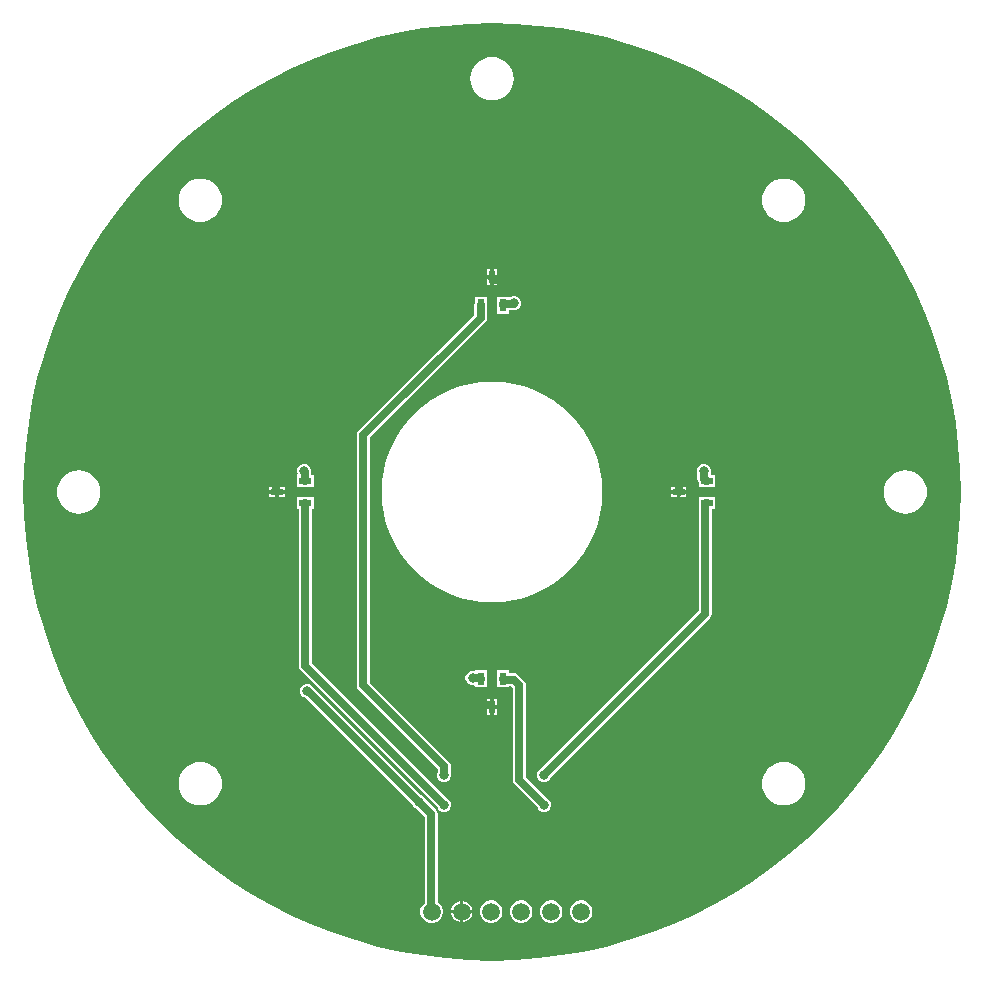
<source format=gbr>
%TF.GenerationSoftware,Altium Limited,Altium Designer,21.6.4 (81)*%
G04 Layer_Physical_Order=2*
G04 Layer_Color=16711680*
%FSLAX43Y43*%
%MOMM*%
%TF.SameCoordinates,7E1728C7-8053-4159-852C-9F5DCDCDAABE*%
%TF.FilePolarity,Positive*%
%TF.FileFunction,Copper,L2,Bot,Signal*%
%TF.Part,Single*%
G01*
G75*
%TA.AperFunction,Conductor*%
%ADD15C,0.700*%
%TA.AperFunction,ComponentPad*%
%ADD16C,1.500*%
%TA.AperFunction,ViaPad*%
%ADD17C,0.700*%
%ADD18C,0.800*%
%TA.AperFunction,SMDPad,CuDef*%
%ADD19R,0.600X1.000*%
%ADD20R,1.000X0.600*%
G36*
X1947Y39624D02*
X3889Y39481D01*
X5821Y39243D01*
X7740Y38910D01*
X9640Y38483D01*
X11516Y37964D01*
X13365Y37353D01*
X15182Y36652D01*
X16962Y35863D01*
X18701Y34988D01*
X20396Y34028D01*
X22041Y32986D01*
X23633Y31865D01*
X25168Y30667D01*
X26642Y29395D01*
X28053Y28053D01*
X29395Y26642D01*
X30667Y25168D01*
X31865Y23633D01*
X32986Y22041D01*
X34028Y20396D01*
X34988Y18701D01*
X35863Y16962D01*
X36652Y15182D01*
X37353Y13365D01*
X37964Y11516D01*
X38483Y9640D01*
X38910Y7740D01*
X39243Y5821D01*
X39481Y3889D01*
X39624Y1947D01*
X39672Y0D01*
X39624Y-1947D01*
X39481Y-3889D01*
X39243Y-5821D01*
X38910Y-7740D01*
X38483Y-9640D01*
X37964Y-11516D01*
X37353Y-13365D01*
X36652Y-15182D01*
X35863Y-16962D01*
X34988Y-18701D01*
X34028Y-20396D01*
X32986Y-22041D01*
X31865Y-23633D01*
X30667Y-25168D01*
X29395Y-26642D01*
X28053Y-28053D01*
X26642Y-29395D01*
X25168Y-30667D01*
X23633Y-31865D01*
X22041Y-32986D01*
X20396Y-34028D01*
X18701Y-34988D01*
X16962Y-35863D01*
X15182Y-36652D01*
X13365Y-37353D01*
X11516Y-37964D01*
X9640Y-38483D01*
X7740Y-38910D01*
X5821Y-39243D01*
X3889Y-39481D01*
X1947Y-39624D01*
X0Y-39672D01*
X-1947Y-39624D01*
X-3889Y-39481D01*
X-5821Y-39243D01*
X-7740Y-38910D01*
X-9640Y-38483D01*
X-11516Y-37964D01*
X-13365Y-37353D01*
X-15182Y-36652D01*
X-16962Y-35863D01*
X-18701Y-34988D01*
X-20396Y-34028D01*
X-22041Y-32986D01*
X-23633Y-31865D01*
X-25168Y-30667D01*
X-26642Y-29395D01*
X-28053Y-28053D01*
X-29395Y-26642D01*
X-30667Y-25168D01*
X-31865Y-23633D01*
X-32986Y-22041D01*
X-34028Y-20396D01*
X-34988Y-18701D01*
X-35863Y-16962D01*
X-36652Y-15182D01*
X-37353Y-13365D01*
X-37964Y-11516D01*
X-38483Y-9640D01*
X-38910Y-7740D01*
X-39243Y-5821D01*
X-39481Y-3889D01*
X-39624Y-1947D01*
X-39672Y0D01*
X-39624Y1947D01*
X-39481Y3889D01*
X-39243Y5821D01*
X-38910Y7740D01*
X-38483Y9640D01*
X-37964Y11516D01*
X-37353Y13365D01*
X-36652Y15182D01*
X-35863Y16962D01*
X-34988Y18701D01*
X-34028Y20396D01*
X-32986Y22041D01*
X-31865Y23633D01*
X-30667Y25168D01*
X-29395Y26642D01*
X-28053Y28053D01*
X-26642Y29395D01*
X-25168Y30667D01*
X-23633Y31865D01*
X-22041Y32986D01*
X-20396Y34028D01*
X-18701Y34988D01*
X-16962Y35863D01*
X-15182Y36652D01*
X-13365Y37353D01*
X-11516Y37964D01*
X-9640Y38483D01*
X-7740Y38910D01*
X-5821Y39243D01*
X-3889Y39481D01*
X-1947Y39624D01*
X0Y39672D01*
X1947Y39624D01*
D02*
G37*
%LPC*%
G36*
X0Y36836D02*
X-358Y36801D01*
X-703Y36696D01*
X-1020Y36526D01*
X-1298Y36298D01*
X-1526Y36020D01*
X-1696Y35703D01*
X-1801Y35358D01*
X-1836Y35000D01*
X-1801Y34642D01*
X-1696Y34297D01*
X-1526Y33980D01*
X-1298Y33702D01*
X-1020Y33474D01*
X-703Y33304D01*
X-358Y33199D01*
X0Y33164D01*
X358Y33199D01*
X703Y33304D01*
X1020Y33474D01*
X1298Y33702D01*
X1526Y33980D01*
X1696Y34297D01*
X1801Y34642D01*
X1836Y35000D01*
X1801Y35358D01*
X1696Y35703D01*
X1526Y36020D01*
X1298Y36298D01*
X1020Y36526D01*
X703Y36696D01*
X358Y36801D01*
X0Y36836D01*
D02*
G37*
G36*
X24700Y26536D02*
X24342Y26501D01*
X23997Y26396D01*
X23680Y26226D01*
X23402Y25998D01*
X23174Y25720D01*
X23004Y25403D01*
X22899Y25058D01*
X22864Y24700D01*
X22899Y24342D01*
X23004Y23997D01*
X23174Y23680D01*
X23402Y23402D01*
X23680Y23174D01*
X23997Y23004D01*
X24342Y22899D01*
X24700Y22864D01*
X25058Y22899D01*
X25403Y23004D01*
X25720Y23174D01*
X25998Y23402D01*
X26226Y23680D01*
X26396Y23997D01*
X26501Y24342D01*
X26536Y24700D01*
X26501Y25058D01*
X26396Y25403D01*
X26226Y25720D01*
X25998Y25998D01*
X25720Y26226D01*
X25403Y26396D01*
X25058Y26501D01*
X24700Y26536D01*
D02*
G37*
G36*
X-24700D02*
X-25058Y26501D01*
X-25403Y26396D01*
X-25720Y26226D01*
X-25998Y25998D01*
X-26226Y25720D01*
X-26396Y25403D01*
X-26501Y25058D01*
X-26536Y24700D01*
X-26501Y24342D01*
X-26396Y23997D01*
X-26226Y23680D01*
X-25998Y23402D01*
X-25720Y23174D01*
X-25403Y23004D01*
X-25058Y22899D01*
X-24700Y22864D01*
X-24342Y22899D01*
X-23997Y23004D01*
X-23680Y23174D01*
X-23402Y23402D01*
X-23174Y23680D01*
X-23004Y23997D01*
X-22899Y24342D01*
X-22864Y24700D01*
X-22899Y25058D01*
X-23004Y25403D01*
X-23174Y25720D01*
X-23402Y25998D01*
X-23680Y26226D01*
X-23997Y26396D01*
X-24342Y26501D01*
X-24700Y26536D01*
D02*
G37*
G36*
X450Y18850D02*
X150D01*
Y18350D01*
X450D01*
Y18850D01*
D02*
G37*
G36*
X-150D02*
X-450D01*
Y18350D01*
X-150D01*
Y18850D01*
D02*
G37*
G36*
X450Y18050D02*
X150D01*
Y17550D01*
X450D01*
Y18050D01*
D02*
G37*
G36*
X-150D02*
X-450D01*
Y17550D01*
X-150D01*
Y18050D01*
D02*
G37*
G36*
X1959Y16570D02*
X1721D01*
X1580Y16512D01*
X1101D01*
X1097Y16511D01*
X1000D01*
X946Y16500D01*
X450D01*
Y16142D01*
X432Y16115D01*
X389Y15900D01*
Y15800D01*
X432Y15585D01*
X450Y15558D01*
Y15100D01*
X1450D01*
Y15390D01*
X1672D01*
X1721Y15370D01*
X1959D01*
X2180Y15461D01*
X2349Y15630D01*
X2440Y15851D01*
Y16089D01*
X2349Y16310D01*
X2180Y16479D01*
X1959Y16570D01*
D02*
G37*
G36*
X18040Y2350D02*
X17801D01*
X17581Y2259D01*
X17412Y2090D01*
X17321Y1869D01*
Y1631D01*
X17379Y1490D01*
Y1110D01*
X17422Y896D01*
X17500Y778D01*
Y450D01*
X17858D01*
X17885Y432D01*
X18100Y389D01*
X18200D01*
X18415Y432D01*
X18442Y450D01*
X18900D01*
Y1450D01*
X18501D01*
Y1582D01*
X18521Y1631D01*
Y1869D01*
X18429Y2090D01*
X18261Y2259D01*
X18040Y2350D01*
D02*
G37*
G36*
X-15764D02*
X-16003D01*
X-16224Y2259D01*
X-16392Y2090D01*
X-16484Y1869D01*
Y1631D01*
X-16462Y1577D01*
X-16500Y1450D01*
X-16500D01*
Y450D01*
X-16056D01*
X-16029Y432D01*
X-15815Y389D01*
X-15800D01*
X-15585Y432D01*
X-15558Y450D01*
X-15100D01*
Y1450D01*
X-15304D01*
Y1582D01*
X-15284Y1631D01*
Y1869D01*
X-15375Y2090D01*
X-15544Y2259D01*
X-15764Y2350D01*
D02*
G37*
G36*
X-17550Y450D02*
X-18050D01*
Y150D01*
X-17550D01*
Y450D01*
D02*
G37*
G36*
X-18350D02*
X-18850D01*
Y150D01*
X-18350D01*
Y450D01*
D02*
G37*
G36*
X16450D02*
X15950D01*
Y150D01*
X16450D01*
Y450D01*
D02*
G37*
G36*
X15650D02*
X15150D01*
Y150D01*
X15650D01*
Y450D01*
D02*
G37*
G36*
X16450Y-150D02*
X15950D01*
Y-450D01*
X16450D01*
Y-150D01*
D02*
G37*
G36*
X15650D02*
X15150D01*
Y-450D01*
X15650D01*
Y-150D01*
D02*
G37*
G36*
X-17550Y-150D02*
X-18050D01*
Y-450D01*
X-17550D01*
Y-150D01*
D02*
G37*
G36*
X-18350D02*
X-18850D01*
Y-450D01*
X-18350D01*
Y-150D01*
D02*
G37*
G36*
X35000Y1836D02*
X34642Y1801D01*
X34297Y1696D01*
X33980Y1526D01*
X33702Y1298D01*
X33474Y1020D01*
X33304Y703D01*
X33199Y358D01*
X33164Y0D01*
X33199Y-358D01*
X33304Y-703D01*
X33474Y-1020D01*
X33702Y-1298D01*
X33980Y-1526D01*
X34297Y-1696D01*
X34642Y-1801D01*
X35000Y-1836D01*
X35358Y-1801D01*
X35703Y-1696D01*
X36020Y-1526D01*
X36298Y-1298D01*
X36526Y-1020D01*
X36696Y-703D01*
X36801Y-358D01*
X36836Y0D01*
X36801Y358D01*
X36696Y703D01*
X36526Y1020D01*
X36298Y1298D01*
X36020Y1526D01*
X35703Y1696D01*
X35358Y1801D01*
X35000Y1836D01*
D02*
G37*
G36*
X-35000D02*
X-35358Y1801D01*
X-35703Y1696D01*
X-36020Y1526D01*
X-36298Y1298D01*
X-36526Y1020D01*
X-36696Y703D01*
X-36801Y358D01*
X-36836Y0D01*
X-36801Y-358D01*
X-36696Y-703D01*
X-36526Y-1020D01*
X-36298Y-1298D01*
X-36020Y-1526D01*
X-35703Y-1696D01*
X-35358Y-1801D01*
X-35000Y-1836D01*
X-34642Y-1801D01*
X-34297Y-1696D01*
X-33980Y-1526D01*
X-33702Y-1298D01*
X-33474Y-1020D01*
X-33304Y-703D01*
X-33199Y-358D01*
X-33164Y0D01*
X-33199Y358D01*
X-33304Y703D01*
X-33474Y1020D01*
X-33702Y1298D01*
X-33980Y1526D01*
X-34297Y1696D01*
X-34642Y1801D01*
X-35000Y1836D01*
D02*
G37*
G36*
X0Y9338D02*
X-915Y9293D01*
X-1822Y9159D01*
X-2711Y8936D01*
X-3574Y8627D01*
X-4402Y8236D01*
X-5188Y7764D01*
X-5924Y7219D01*
X-6603Y6603D01*
X-7219Y5924D01*
X-7764Y5188D01*
X-8236Y4402D01*
X-8627Y3574D01*
X-8936Y2711D01*
X-9159Y1822D01*
X-9293Y915D01*
X-9338Y-0D01*
X-9293Y-915D01*
X-9159Y-1822D01*
X-8936Y-2711D01*
X-8627Y-3574D01*
X-8236Y-4402D01*
X-7764Y-5188D01*
X-7219Y-5924D01*
X-6603Y-6603D01*
X-5924Y-7219D01*
X-5188Y-7764D01*
X-4402Y-8236D01*
X-3574Y-8627D01*
X-2711Y-8936D01*
X-1822Y-9159D01*
X-915Y-9293D01*
X0Y-9338D01*
X915Y-9293D01*
X1822Y-9159D01*
X2711Y-8936D01*
X3574Y-8627D01*
X4402Y-8236D01*
X5188Y-7764D01*
X5924Y-7219D01*
X6603Y-6603D01*
X7219Y-5924D01*
X7764Y-5188D01*
X8236Y-4402D01*
X8627Y-3574D01*
X8936Y-2711D01*
X9159Y-1822D01*
X9293Y-915D01*
X9338Y-0D01*
X9293Y915D01*
X9159Y1822D01*
X8936Y2711D01*
X8627Y3574D01*
X8236Y4402D01*
X7764Y5188D01*
X7219Y5924D01*
X6603Y6603D01*
X5924Y7219D01*
X5188Y7764D01*
X4402Y8236D01*
X3574Y8627D01*
X2711Y8936D01*
X1822Y9159D01*
X915Y9293D01*
X0Y9338D01*
D02*
G37*
G36*
X-1450Y-15100D02*
X-1525Y-15150D01*
X-1526Y-15150D01*
X-1764D01*
X-1985Y-15241D01*
X-2154Y-15410D01*
X-2245Y-15631D01*
Y-15869D01*
X-2154Y-16090D01*
X-1985Y-16259D01*
X-1764Y-16350D01*
X-1526D01*
X-1450Y-16456D01*
Y-16500D01*
X-450D01*
Y-16042D01*
X-432Y-16015D01*
X-389Y-15800D01*
X-432Y-15585D01*
X-450Y-15558D01*
Y-15100D01*
X-1450D01*
Y-15100D01*
D02*
G37*
G36*
X450Y-17550D02*
X150D01*
Y-18050D01*
X450D01*
Y-17550D01*
D02*
G37*
G36*
X-150D02*
X-450D01*
Y-18050D01*
X-150D01*
Y-17550D01*
D02*
G37*
G36*
X450Y-18350D02*
X150D01*
Y-18850D01*
X450D01*
Y-18350D01*
D02*
G37*
G36*
X-150D02*
X-450D01*
Y-18850D01*
X-150D01*
Y-18350D01*
D02*
G37*
G36*
X18200Y-389D02*
X18100D01*
X17885Y-432D01*
X17858Y-450D01*
X17500D01*
Y-946D01*
X17489Y-1000D01*
Y-10073D01*
X4185Y-23377D01*
X4090Y-23416D01*
X3921Y-23585D01*
X3830Y-23806D01*
Y-24044D01*
X3921Y-24265D01*
X4090Y-24434D01*
X4311Y-24525D01*
X4549D01*
X4770Y-24434D01*
X4939Y-24265D01*
X4978Y-24170D01*
X18447Y-10702D01*
X18568Y-10520D01*
X18611Y-10305D01*
Y-1450D01*
X18900D01*
Y-450D01*
X18442D01*
X18415Y-432D01*
X18200Y-389D01*
D02*
G37*
G36*
X-450Y16500D02*
X-1450D01*
Y16042D01*
X-1468Y16015D01*
X-1511Y15800D01*
Y14982D01*
X-11277Y5217D01*
X-11398Y5035D01*
X-11441Y4820D01*
Y-16380D01*
X-11398Y-16595D01*
X-11277Y-16777D01*
X-4591Y-23462D01*
Y-23711D01*
X-4630Y-23806D01*
Y-24044D01*
X-4539Y-24265D01*
X-4370Y-24434D01*
X-4149Y-24525D01*
X-3911D01*
X-3690Y-24434D01*
X-3521Y-24265D01*
X-3430Y-24044D01*
Y-23806D01*
X-3469Y-23711D01*
Y-23230D01*
X-3512Y-23015D01*
X-3633Y-22833D01*
X-10319Y-16148D01*
Y4588D01*
X-553Y14353D01*
X-432Y14535D01*
X-389Y14750D01*
Y15800D01*
X-432Y16015D01*
X-450Y16042D01*
Y16500D01*
D02*
G37*
G36*
X24700Y-22864D02*
X24342Y-22899D01*
X23997Y-23004D01*
X23680Y-23174D01*
X23402Y-23402D01*
X23174Y-23680D01*
X23004Y-23997D01*
X22899Y-24342D01*
X22864Y-24700D01*
X22899Y-25058D01*
X23004Y-25403D01*
X23174Y-25720D01*
X23402Y-25998D01*
X23680Y-26226D01*
X23997Y-26396D01*
X24342Y-26501D01*
X24700Y-26536D01*
X25058Y-26501D01*
X25403Y-26396D01*
X25720Y-26226D01*
X25998Y-25998D01*
X26226Y-25720D01*
X26396Y-25403D01*
X26501Y-25058D01*
X26536Y-24700D01*
X26501Y-24342D01*
X26396Y-23997D01*
X26226Y-23680D01*
X25998Y-23402D01*
X25720Y-23174D01*
X25403Y-23004D01*
X25058Y-22899D01*
X24700Y-22864D01*
D02*
G37*
G36*
X-24700D02*
X-25058Y-22899D01*
X-25403Y-23004D01*
X-25720Y-23174D01*
X-25998Y-23402D01*
X-26226Y-23680D01*
X-26396Y-23997D01*
X-26501Y-24342D01*
X-26536Y-24700D01*
X-26501Y-25058D01*
X-26396Y-25403D01*
X-26226Y-25720D01*
X-25998Y-25998D01*
X-25720Y-26226D01*
X-25403Y-26396D01*
X-25058Y-26501D01*
X-24700Y-26536D01*
X-24342Y-26501D01*
X-23997Y-26396D01*
X-23680Y-26226D01*
X-23402Y-25998D01*
X-23174Y-25720D01*
X-23004Y-25403D01*
X-22899Y-25058D01*
X-22864Y-24700D01*
X-22899Y-24342D01*
X-23004Y-23997D01*
X-23174Y-23680D01*
X-23402Y-23402D01*
X-23680Y-23174D01*
X-23997Y-23004D01*
X-24342Y-22899D01*
X-24700Y-22864D01*
D02*
G37*
G36*
X1450Y-15100D02*
X450D01*
Y-15558D01*
X432Y-15585D01*
X389Y-15800D01*
X432Y-16015D01*
X450Y-16042D01*
Y-16500D01*
X1450D01*
Y-16439D01*
X1596D01*
X1759Y-16602D01*
Y-24355D01*
X1802Y-24570D01*
X1923Y-24752D01*
X3882Y-26710D01*
X3921Y-26805D01*
X4090Y-26974D01*
X4311Y-27065D01*
X4549D01*
X4770Y-26974D01*
X4939Y-26805D01*
X5030Y-26584D01*
Y-26346D01*
X4939Y-26125D01*
X4770Y-25956D01*
X4675Y-25917D01*
X2881Y-24123D01*
Y-16370D01*
X2838Y-16155D01*
X2717Y-15973D01*
X2224Y-15481D01*
X2042Y-15360D01*
X1828Y-15317D01*
X1450D01*
Y-15100D01*
D02*
G37*
G36*
X-15800Y-389D02*
X-16015Y-432D01*
X-16042Y-450D01*
X-16500D01*
Y-1450D01*
X-16361D01*
Y-14695D01*
X-16318Y-14910D01*
X-16197Y-15092D01*
X-4578Y-26710D01*
X-4539Y-26805D01*
X-4370Y-26974D01*
X-4149Y-27065D01*
X-3911D01*
X-3690Y-26974D01*
X-3521Y-26805D01*
X-3430Y-26584D01*
Y-26346D01*
X-3521Y-26125D01*
X-3690Y-25956D01*
X-3785Y-25917D01*
X-15239Y-14463D01*
Y-1450D01*
X-15100D01*
Y-450D01*
X-15558D01*
X-15585Y-432D01*
X-15800Y-389D01*
D02*
G37*
G36*
X-2420Y-34629D02*
Y-35370D01*
X-1678D01*
X-1731Y-35173D01*
X-1850Y-34968D01*
X-2017Y-34800D01*
X-2223Y-34682D01*
X-2420Y-34629D01*
D02*
G37*
G36*
X-2720D02*
X-2917Y-34682D01*
X-3123Y-34800D01*
X-3290Y-34968D01*
X-3409Y-35173D01*
X-3462Y-35370D01*
X-2720D01*
Y-34629D01*
D02*
G37*
G36*
X-1678Y-35670D02*
X-2420D01*
Y-36412D01*
X-2223Y-36359D01*
X-2017Y-36241D01*
X-1850Y-36073D01*
X-1731Y-35868D01*
X-1678Y-35670D01*
D02*
G37*
G36*
X-2720D02*
X-3462D01*
X-3409Y-35868D01*
X-3290Y-36073D01*
X-3123Y-36241D01*
X-2917Y-36359D01*
X-2720Y-36412D01*
Y-35670D01*
D02*
G37*
G36*
X7665Y-34570D02*
X7415D01*
X7173Y-34635D01*
X6957Y-34760D01*
X6780Y-34937D01*
X6655Y-35154D01*
X6590Y-35395D01*
Y-35645D01*
X6655Y-35887D01*
X6780Y-36104D01*
X6957Y-36281D01*
X7173Y-36406D01*
X7415Y-36470D01*
X7665D01*
X7907Y-36406D01*
X8123Y-36281D01*
X8300Y-36104D01*
X8425Y-35887D01*
X8490Y-35645D01*
Y-35395D01*
X8425Y-35154D01*
X8300Y-34937D01*
X8123Y-34760D01*
X7907Y-34635D01*
X7665Y-34570D01*
D02*
G37*
G36*
X5125D02*
X4875D01*
X4633Y-34635D01*
X4417Y-34760D01*
X4240Y-34937D01*
X4115Y-35154D01*
X4050Y-35395D01*
Y-35645D01*
X4115Y-35887D01*
X4240Y-36104D01*
X4417Y-36281D01*
X4633Y-36406D01*
X4875Y-36470D01*
X5125D01*
X5367Y-36406D01*
X5583Y-36281D01*
X5760Y-36104D01*
X5885Y-35887D01*
X5950Y-35645D01*
Y-35395D01*
X5885Y-35154D01*
X5760Y-34937D01*
X5583Y-34760D01*
X5367Y-34635D01*
X5125Y-34570D01*
D02*
G37*
G36*
X2585D02*
X2335D01*
X2093Y-34635D01*
X1877Y-34760D01*
X1700Y-34937D01*
X1575Y-35154D01*
X1510Y-35395D01*
Y-35645D01*
X1575Y-35887D01*
X1700Y-36104D01*
X1877Y-36281D01*
X2093Y-36406D01*
X2335Y-36470D01*
X2585D01*
X2827Y-36406D01*
X3043Y-36281D01*
X3220Y-36104D01*
X3345Y-35887D01*
X3410Y-35645D01*
Y-35395D01*
X3345Y-35154D01*
X3220Y-34937D01*
X3043Y-34760D01*
X2827Y-34635D01*
X2585Y-34570D01*
D02*
G37*
G36*
X45D02*
X-205D01*
X-447Y-34635D01*
X-663Y-34760D01*
X-840Y-34937D01*
X-965Y-35154D01*
X-1030Y-35395D01*
Y-35645D01*
X-965Y-35887D01*
X-840Y-36104D01*
X-663Y-36281D01*
X-447Y-36406D01*
X-205Y-36470D01*
X45D01*
X287Y-36406D01*
X503Y-36281D01*
X680Y-36104D01*
X805Y-35887D01*
X870Y-35645D01*
Y-35395D01*
X805Y-35154D01*
X680Y-34937D01*
X503Y-34760D01*
X287Y-34635D01*
X45Y-34570D01*
D02*
G37*
G36*
X-15511Y-16220D02*
X-15749D01*
X-15970Y-16311D01*
X-16139Y-16480D01*
X-16230Y-16701D01*
Y-16939D01*
X-16139Y-17160D01*
X-15970Y-17329D01*
X-15858Y-17375D01*
X-6707Y-26526D01*
X-6689Y-26570D01*
X-6520Y-26739D01*
X-6471Y-26759D01*
X-5701Y-27529D01*
Y-34768D01*
X-5870Y-34937D01*
X-5995Y-35154D01*
X-6060Y-35395D01*
Y-35645D01*
X-5995Y-35887D01*
X-5870Y-36104D01*
X-5693Y-36281D01*
X-5477Y-36406D01*
X-5235Y-36470D01*
X-4985D01*
X-4743Y-36406D01*
X-4527Y-36281D01*
X-4350Y-36104D01*
X-4225Y-35887D01*
X-4160Y-35645D01*
Y-35395D01*
X-4225Y-35154D01*
X-4350Y-34937D01*
X-4527Y-34760D01*
X-4579Y-34730D01*
Y-27297D01*
X-4622Y-27082D01*
X-4743Y-26901D01*
X-5613Y-26031D01*
X-5671Y-25890D01*
X-5840Y-25721D01*
X-5986Y-25661D01*
X-15089Y-16558D01*
X-15121Y-16480D01*
X-15290Y-16311D01*
X-15511Y-16220D01*
D02*
G37*
%LPD*%
D15*
X-6180Y-26257D02*
X-5140Y-27297D01*
Y-35490D02*
Y-27297D01*
X-6210Y-26230D02*
Y-26227D01*
X-6180Y-26257D02*
Y-26230D01*
X-4030Y-23925D02*
Y-23230D01*
X-10880Y-16380D02*
Y4820D01*
Y-16380D02*
X-4030Y-23230D01*
X18050Y-10305D02*
Y-1000D01*
X4430Y-23925D02*
X18050Y-10305D01*
X-15630Y-16820D02*
X-15620D01*
X-6260Y-26180D01*
X-6257D02*
X-6210Y-26227D01*
X-6260Y-26180D02*
X-6257D01*
X1000Y-15878D02*
Y-15850D01*
X1828Y-15878D02*
X2320Y-16370D01*
X950Y-15800D02*
X1000Y-15850D01*
X2320Y-24355D02*
Y-16370D01*
X1000Y-15878D02*
X1828D01*
X17921Y1723D02*
X17940Y1704D01*
Y1110D02*
X18100Y950D01*
X17940Y1110D02*
Y1704D01*
X18100Y950D02*
X18200D01*
X-1130Y-18010D02*
X-1103D01*
X-1063Y-18050D02*
X-50D01*
X-1103Y-18010D02*
X-1063Y-18050D01*
X2320Y-24355D02*
X4430Y-26465D01*
X-10880Y4820D02*
X-950Y14750D01*
Y15800D01*
X18100Y-950D02*
X18200D01*
X18050Y-1000D02*
X18100Y-950D01*
X-15800Y-14695D02*
X-4030Y-26465D01*
X-15800Y-14695D02*
Y-950D01*
X-1626Y-15769D02*
X-981D01*
X-950Y-15800D01*
X-1645Y-15750D02*
X-1626Y-15769D01*
X15846Y1228D02*
X15865Y1247D01*
X15800Y0D02*
X15846Y46D01*
Y1228D01*
X950Y15900D02*
X1000Y15950D01*
X1100D02*
X1101Y15951D01*
X1821D02*
X1840Y15970D01*
X950Y15800D02*
Y15900D01*
X1000Y15950D02*
X1100D01*
X1101Y15951D02*
X1821D01*
X0Y18100D02*
X50Y18050D01*
X150D01*
X211Y17989D02*
X1303D01*
X1322Y17970D01*
X0Y18100D02*
Y18200D01*
X150Y18050D02*
X211Y17989D01*
X-15865Y1000D02*
Y1731D01*
Y1000D02*
X-15815Y950D01*
X-15884Y1750D02*
X-15865Y1731D01*
X-15815Y950D02*
X-15800D01*
X-18270Y50D02*
X-18250D01*
X-18270D02*
Y1380D01*
X-18250Y50D02*
X-18200Y0D01*
D16*
X-5110Y-35520D02*
D03*
X-2570D02*
D03*
X7540D02*
D03*
X5000D02*
D03*
X2460D02*
D03*
X-80D02*
D03*
D17*
X-2798Y-31060D02*
D03*
X-7960Y-26211D02*
D03*
X5188Y-25130D02*
D03*
X-4897Y-14463D02*
D03*
D18*
X-15630Y-16820D02*
D03*
X17921Y1750D02*
D03*
X-1130Y-18010D02*
D03*
X-6180Y-26230D02*
D03*
X-1645Y-15750D02*
D03*
X15865Y1247D02*
D03*
X1840Y15970D02*
D03*
X1322Y17970D02*
D03*
X-15884Y1750D02*
D03*
X-18270Y1380D02*
D03*
X4430Y-23925D02*
D03*
Y-26465D02*
D03*
X-4030D02*
D03*
Y-23925D02*
D03*
D19*
X-950Y-15800D02*
D03*
X950D02*
D03*
X0Y-18200D02*
D03*
X950Y15800D02*
D03*
X-950D02*
D03*
X0Y18200D02*
D03*
D20*
X-15800Y950D02*
D03*
Y-950D02*
D03*
X-18200Y0D02*
D03*
X18200Y950D02*
D03*
Y-950D02*
D03*
X15800Y0D02*
D03*
%TF.MD5,9776a25e4a7a01b3f24c17cc8af40cc2*%
M02*

</source>
